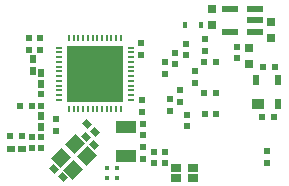
<source format=gtp>
%FSLAX24Y24*%
%MOIN*%
G70*
G01*
G75*
G04 Layer_Color=8421504*
%ADD10R,0.0197X0.0236*%
%ADD11R,0.0217X0.0236*%
%ADD12R,0.0394X0.0335*%
%ADD13R,0.0236X0.0335*%
%ADD14R,0.0236X0.0217*%
%ADD15R,0.0315X0.0295*%
%ADD16R,0.0335X0.0256*%
%ADD17R,0.0236X0.0197*%
%ADD18R,0.0709X0.0394*%
%ADD19R,0.0177X0.0177*%
G04:AMPARAMS|DCode=20|XSize=47.2mil|YSize=43.3mil|CornerRadius=0mil|HoleSize=0mil|Usage=FLASHONLY|Rotation=45.000|XOffset=0mil|YOffset=0mil|HoleType=Round|Shape=Rectangle|*
%AMROTATEDRECTD20*
4,1,4,-0.0014,-0.0320,-0.0320,-0.0014,0.0014,0.0320,0.0320,0.0014,-0.0014,-0.0320,0.0*
%
%ADD20ROTATEDRECTD20*%

%ADD21R,0.0256X0.0197*%
%ADD22R,0.0197X0.0256*%
%ADD23O,0.0256X0.0079*%
%ADD24O,0.0079X0.0256*%
%ADD25R,0.1850X0.1850*%
%ADD26R,0.0571X0.0217*%
%ADD27R,0.0571X0.0217*%
%ADD28R,0.2560X0.0400*%
%ADD29R,0.2960X0.0600*%
G04:AMPARAMS|DCode=30|XSize=19.7mil|YSize=23.6mil|CornerRadius=0mil|HoleSize=0mil|Usage=FLASHONLY|Rotation=225.000|XOffset=0mil|YOffset=0mil|HoleType=Round|Shape=Rectangle|*
%AMROTATEDRECTD30*
4,1,4,-0.0014,0.0153,0.0153,-0.0014,0.0014,-0.0153,-0.0153,0.0014,-0.0014,0.0153,0.0*
%
%ADD30ROTATEDRECTD30*%

%ADD31C,0.0394*%
%ADD32R,0.0157X0.0197*%
%ADD33C,0.0150*%
%ADD34C,0.0060*%
%ADD35C,0.0050*%
%ADD36C,0.0100*%
%ADD37C,0.0080*%
%ADD38C,0.0070*%
%ADD39C,0.0090*%
%ADD40C,0.0200*%
%ADD41R,0.0680X0.0410*%
%ADD42C,0.0390*%
%ADD43C,0.0197*%
%ADD44C,0.0118*%
%ADD45C,0.0591*%
%ADD46C,0.0709*%
%ADD47C,0.0240*%
%ADD48C,0.0138*%
%ADD49C,0.0310*%
%ADD50R,0.0551X0.0413*%
%ADD51R,0.0472X0.0433*%
%ADD52C,0.0098*%
%ADD53C,0.0039*%
%ADD54C,0.0079*%
%ADD55C,0.0059*%
D10*
X2540Y1637D02*
D03*
Y1243D02*
D03*
X6200Y2857D02*
D03*
Y2463D02*
D03*
X9365Y4637D02*
D03*
Y4243D02*
D03*
X8310Y4877D02*
D03*
Y4483D02*
D03*
X7660Y4737D02*
D03*
Y4343D02*
D03*
X7300Y4437D02*
D03*
Y4043D02*
D03*
X7140Y2493D02*
D03*
Y2887D02*
D03*
X7480Y2793D02*
D03*
Y3187D02*
D03*
X7720Y1973D02*
D03*
Y2367D02*
D03*
X2850Y1637D02*
D03*
Y1243D02*
D03*
X3350Y2207D02*
D03*
Y1813D02*
D03*
X2850Y3057D02*
D03*
Y2663D02*
D03*
X2440Y4533D02*
D03*
Y4927D02*
D03*
X2800Y4533D02*
D03*
Y4927D02*
D03*
X6160Y4354D02*
D03*
Y4747D02*
D03*
X6960Y4107D02*
D03*
Y3713D02*
D03*
X6240Y2067D02*
D03*
Y1673D02*
D03*
Y893D02*
D03*
Y1287D02*
D03*
D11*
X10360Y763D02*
D03*
Y1157D02*
D03*
X7970Y3433D02*
D03*
Y3827D02*
D03*
X6970Y743D02*
D03*
Y1137D02*
D03*
X6610Y743D02*
D03*
Y1137D02*
D03*
D12*
X10085Y2716D02*
D03*
D13*
X10754D02*
D03*
Y3524D02*
D03*
X10006D02*
D03*
D14*
X10647Y3950D02*
D03*
X10253D02*
D03*
X1823Y1640D02*
D03*
X2217D02*
D03*
X10597Y2290D02*
D03*
X10203D02*
D03*
D15*
X9770Y4596D02*
D03*
Y4064D02*
D03*
X8540Y5896D02*
D03*
Y5364D02*
D03*
X10520Y4934D02*
D03*
Y5466D02*
D03*
D16*
X7915Y263D02*
D03*
X7345D02*
D03*
Y597D02*
D03*
X7915D02*
D03*
D17*
X8687Y2400D02*
D03*
X8293D02*
D03*
X8283Y3090D02*
D03*
X8677D02*
D03*
X8283Y4120D02*
D03*
X8677D02*
D03*
X2537Y2640D02*
D03*
X2143D02*
D03*
D18*
X5680Y978D02*
D03*
Y1962D02*
D03*
D19*
X5367Y577D02*
D03*
Y243D02*
D03*
X5033D02*
D03*
Y577D02*
D03*
D20*
X4381Y1002D02*
D03*
X3992Y1392D02*
D03*
X3908Y529D02*
D03*
X3519Y918D02*
D03*
D21*
X1833Y1230D02*
D03*
X2207D02*
D03*
D22*
X2850Y1963D02*
D03*
Y2337D02*
D03*
Y3383D02*
D03*
Y3757D02*
D03*
X2570Y3833D02*
D03*
Y4207D02*
D03*
D23*
X5831Y2864D02*
D03*
Y3021D02*
D03*
Y3179D02*
D03*
Y3336D02*
D03*
Y3494D02*
D03*
Y3651D02*
D03*
Y3809D02*
D03*
Y3966D02*
D03*
Y4124D02*
D03*
Y4281D02*
D03*
Y4439D02*
D03*
Y4596D02*
D03*
X3449D02*
D03*
Y4439D02*
D03*
Y4281D02*
D03*
Y4124D02*
D03*
Y3966D02*
D03*
Y3809D02*
D03*
Y3651D02*
D03*
Y3494D02*
D03*
Y3336D02*
D03*
Y3179D02*
D03*
Y3021D02*
D03*
Y2864D02*
D03*
D24*
X5506Y4921D02*
D03*
X5349D02*
D03*
X5191D02*
D03*
X5034D02*
D03*
X4876D02*
D03*
X4719D02*
D03*
X4561D02*
D03*
X4404D02*
D03*
X4246D02*
D03*
X4089D02*
D03*
X3931D02*
D03*
X3774D02*
D03*
Y2539D02*
D03*
X3931D02*
D03*
X4089D02*
D03*
X4246D02*
D03*
X4404D02*
D03*
X4561D02*
D03*
X4719D02*
D03*
X4876D02*
D03*
X5034D02*
D03*
X5191D02*
D03*
X5349D02*
D03*
X5506D02*
D03*
D25*
X4640Y3730D02*
D03*
D26*
X9973Y5136D02*
D03*
D27*
X9973Y5510D02*
D03*
Y5884D02*
D03*
X9127D02*
D03*
Y5136D02*
D03*
D30*
X3559Y291D02*
D03*
X3281Y569D02*
D03*
X4331Y1619D02*
D03*
X4609Y1341D02*
D03*
X4371Y2069D02*
D03*
X4649Y1791D02*
D03*
D32*
X8186Y5340D02*
D03*
X7634D02*
D03*
M02*

</source>
